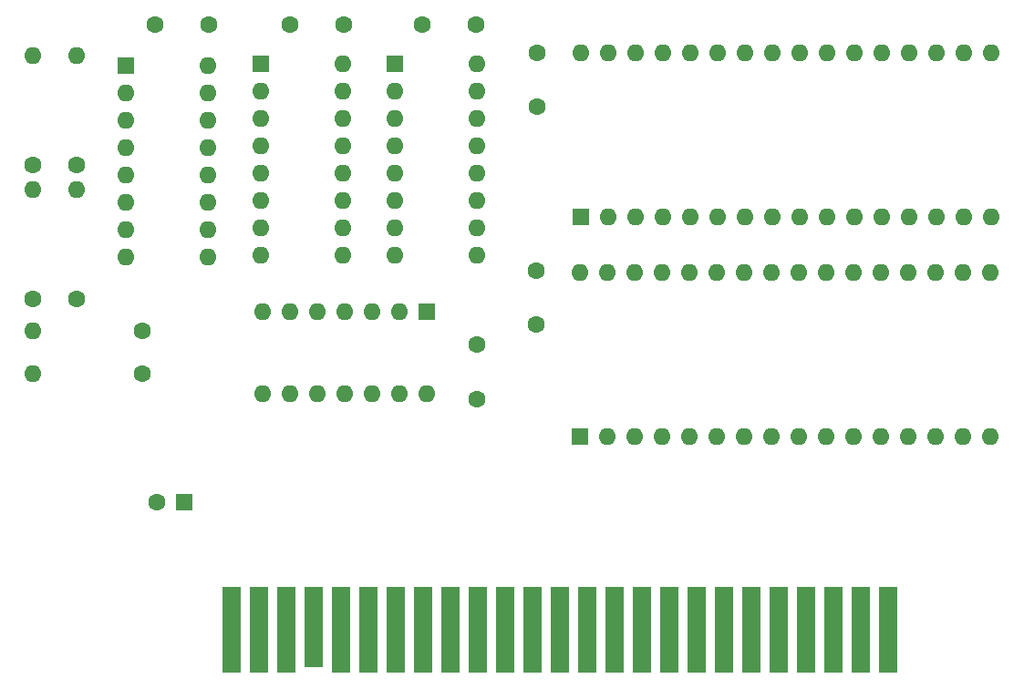
<source format=gbr>
%TF.GenerationSoftware,KiCad,Pcbnew,(7.0.0)*%
%TF.CreationDate,2023-03-31T15:06:47+09:00*%
%TF.ProjectId,project3,70726f6a-6563-4743-932e-6b696361645f,rev?*%
%TF.SameCoordinates,Original*%
%TF.FileFunction,Soldermask,Top*%
%TF.FilePolarity,Negative*%
%FSLAX46Y46*%
G04 Gerber Fmt 4.6, Leading zero omitted, Abs format (unit mm)*
G04 Created by KiCad (PCBNEW (7.0.0)) date 2023-03-31 15:06:47*
%MOMM*%
%LPD*%
G01*
G04 APERTURE LIST*
%ADD10C,1.600000*%
%ADD11O,1.600000X1.600000*%
%ADD12R,1.600000X1.600000*%
%ADD13R,1.700000X8.000000*%
%ADD14R,1.700000X7.500000*%
G04 APERTURE END LIST*
D10*
%TO.C,R4*%
X99945376Y-93773762D03*
D11*
X99945375Y-83613761D03*
%TD*%
D12*
%TO.C,U2*%
X146714439Y-106558492D03*
D11*
X149254439Y-106558492D03*
X151794439Y-106558492D03*
X154334439Y-106558492D03*
X156874439Y-106558492D03*
X159414439Y-106558492D03*
X161954439Y-106558492D03*
X164494439Y-106558492D03*
X167034439Y-106558492D03*
X169574439Y-106558492D03*
X172114439Y-106558492D03*
X174654439Y-106558492D03*
X177194439Y-106558492D03*
X179734439Y-106558492D03*
X182274439Y-106558492D03*
X184814439Y-106558492D03*
X184814439Y-91318492D03*
X182274439Y-91318492D03*
X179734439Y-91318492D03*
X177194439Y-91318492D03*
X174654439Y-91318492D03*
X172114439Y-91318492D03*
X169574439Y-91318492D03*
X167034439Y-91318492D03*
X164494439Y-91318492D03*
X161954439Y-91318492D03*
X159414439Y-91318492D03*
X156874439Y-91318492D03*
X154334439Y-91318492D03*
X151794439Y-91318492D03*
X149254439Y-91318492D03*
X146714439Y-91318492D03*
%TD*%
D12*
%TO.C,U6*%
X104503718Y-72092559D03*
D11*
X104503718Y-74632559D03*
X104503718Y-77172559D03*
X104503718Y-79712559D03*
X104503718Y-82252559D03*
X104503718Y-84792559D03*
X104503718Y-87332559D03*
X104503718Y-89872559D03*
X112123718Y-89872559D03*
X112123718Y-87332559D03*
X112123718Y-84792559D03*
X112123718Y-82252559D03*
X112123718Y-79712559D03*
X112123718Y-77172559D03*
X112123718Y-74632559D03*
X112123718Y-72092559D03*
%TD*%
D12*
%TO.C,U4*%
X117048701Y-71899572D03*
D11*
X117048701Y-74439572D03*
X117048701Y-76979572D03*
X117048701Y-79519572D03*
X117048701Y-82059572D03*
X117048701Y-84599572D03*
X117048701Y-87139572D03*
X117048701Y-89679572D03*
X124668701Y-89679572D03*
X124668701Y-87139572D03*
X124668701Y-84599572D03*
X124668701Y-82059572D03*
X124668701Y-79519572D03*
X124668701Y-76979572D03*
X124668701Y-74439572D03*
X124668701Y-71899572D03*
%TD*%
D12*
%TO.C,C4*%
X109925042Y-112622365D03*
D10*
X107425043Y-112622366D03*
%TD*%
%TO.C,C3*%
X124743719Y-68292560D03*
X119743719Y-68292560D03*
%TD*%
%TO.C,C6*%
X137130160Y-103019820D03*
X137130160Y-98019820D03*
%TD*%
%TO.C,C5*%
X112208156Y-68292560D03*
X107208156Y-68292560D03*
%TD*%
D12*
%TO.C,U1*%
X146733061Y-86103611D03*
D11*
X149273061Y-86103611D03*
X151813061Y-86103611D03*
X154353061Y-86103611D03*
X156893061Y-86103611D03*
X159433061Y-86103611D03*
X161973061Y-86103611D03*
X164513061Y-86103611D03*
X167053061Y-86103611D03*
X169593061Y-86103611D03*
X172133061Y-86103611D03*
X174673061Y-86103611D03*
X177213061Y-86103611D03*
X179753061Y-86103611D03*
X182293061Y-86103611D03*
X184833061Y-86103611D03*
X184833061Y-70863611D03*
X182293061Y-70863611D03*
X179753061Y-70863611D03*
X177213061Y-70863611D03*
X174673061Y-70863611D03*
X172133061Y-70863611D03*
X169593061Y-70863611D03*
X167053061Y-70863611D03*
X164513061Y-70863611D03*
X161973061Y-70863611D03*
X159433061Y-70863611D03*
X156893061Y-70863611D03*
X154353061Y-70863611D03*
X151813061Y-70863611D03*
X149273061Y-70863611D03*
X146733061Y-70863611D03*
%TD*%
D12*
%TO.C,U5*%
X129510159Y-71882448D03*
D11*
X129510159Y-74422448D03*
X129510159Y-76962448D03*
X129510159Y-79502448D03*
X129510159Y-82042448D03*
X129510159Y-84582448D03*
X129510159Y-87122448D03*
X129510159Y-89662448D03*
X137130159Y-89662448D03*
X137130159Y-87122448D03*
X137130159Y-84582448D03*
X137130159Y-82042448D03*
X137130159Y-79502448D03*
X137130159Y-76962448D03*
X137130159Y-74422448D03*
X137130159Y-71882448D03*
%TD*%
D13*
%TO.C,CE1*%
X175259999Y-124459999D03*
X172719999Y-124459999D03*
X170179999Y-124459999D03*
X167639999Y-124459999D03*
X165099999Y-124459999D03*
X162559999Y-124459999D03*
X160019999Y-124459999D03*
X157479999Y-124459999D03*
X154939999Y-124459999D03*
X152399999Y-124459999D03*
X149859999Y-124459999D03*
X147319999Y-124459999D03*
X144779999Y-124459999D03*
X142239999Y-124459999D03*
X139699999Y-124459999D03*
X137159999Y-124459999D03*
X134619999Y-124459999D03*
X132079999Y-124459999D03*
X129539999Y-124459999D03*
X126999999Y-124459999D03*
X124459999Y-124459999D03*
D14*
X121920159Y-124210559D03*
D13*
X119379999Y-124459999D03*
X116839999Y-124459999D03*
X114299999Y-124459999D03*
%TD*%
D10*
%TO.C,C1*%
X142727494Y-70912560D03*
X142727494Y-75912560D03*
%TD*%
%TO.C,C7*%
X137050160Y-68292560D03*
X132050160Y-68292560D03*
%TD*%
D12*
%TO.C,U3*%
X132443718Y-94972559D03*
D11*
X129903718Y-94972559D03*
X127363718Y-94972559D03*
X124823718Y-94972559D03*
X122283718Y-94972559D03*
X119743718Y-94972559D03*
X117203718Y-94972559D03*
X117203718Y-102592559D03*
X119743718Y-102592559D03*
X122283718Y-102592559D03*
X124823718Y-102592559D03*
X127363718Y-102592559D03*
X129903718Y-102592559D03*
X132443718Y-102592559D03*
%TD*%
D10*
%TO.C,C2*%
X142643575Y-91152560D03*
X142643575Y-96152560D03*
%TD*%
%TO.C,R2*%
X99962996Y-81325981D03*
D11*
X99962995Y-71165980D03*
%TD*%
D10*
%TO.C,R6*%
X106077301Y-96670862D03*
D11*
X95917300Y-96670861D03*
%TD*%
D10*
%TO.C,R5*%
X106077301Y-100720862D03*
D11*
X95917300Y-100720861D03*
%TD*%
D10*
%TO.C,R1*%
X95912996Y-81325981D03*
D11*
X95912995Y-71165980D03*
%TD*%
D10*
%TO.C,R3*%
X95895376Y-93773762D03*
D11*
X95895375Y-83613761D03*
%TD*%
M02*

</source>
